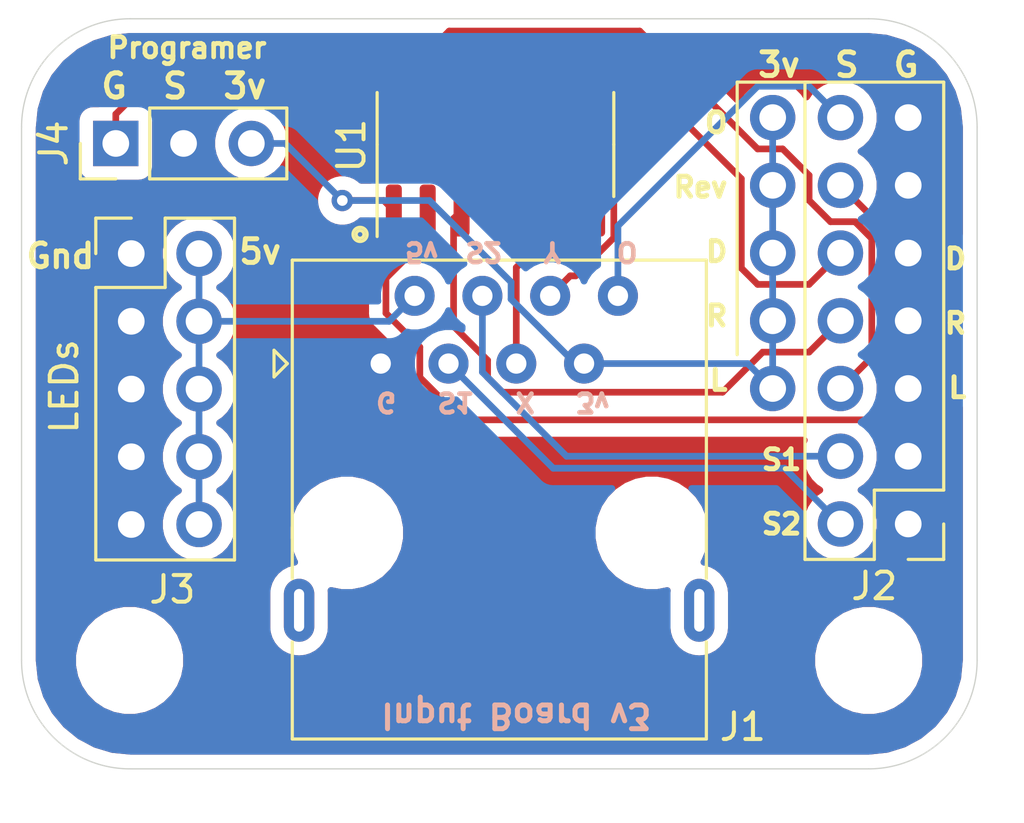
<source format=kicad_pcb>
(kicad_pcb (version 20171130) (host pcbnew "(5.1.5)-3")

  (general
    (thickness 1.6)
    (drawings 20)
    (tracks 87)
    (zones 0)
    (modules 8)
    (nets 19)
  )

  (page A4)
  (layers
    (0 F.Cu signal)
    (31 B.Cu signal)
    (32 B.Adhes user)
    (33 F.Adhes user)
    (34 B.Paste user)
    (35 F.Paste user)
    (36 B.SilkS user)
    (37 F.SilkS user)
    (38 B.Mask user)
    (39 F.Mask user)
    (40 Dwgs.User user)
    (41 Cmts.User user)
    (42 Eco1.User user)
    (43 Eco2.User user)
    (44 Edge.Cuts user)
    (45 Margin user)
    (46 B.CrtYd user hide)
    (47 F.CrtYd user hide)
    (48 B.Fab user)
    (49 F.Fab user hide)
  )

  (setup
    (last_trace_width 0.25)
    (trace_clearance 0.2)
    (zone_clearance 0.508)
    (zone_45_only no)
    (trace_min 0.2)
    (via_size 0.8)
    (via_drill 0.4)
    (via_min_size 0.4)
    (via_min_drill 0.3)
    (uvia_size 0.3)
    (uvia_drill 0.1)
    (uvias_allowed no)
    (uvia_min_size 0.2)
    (uvia_min_drill 0.1)
    (edge_width 0.05)
    (segment_width 0.2)
    (pcb_text_width 0.3)
    (pcb_text_size 1.5 1.5)
    (mod_edge_width 0.12)
    (mod_text_size 1 1)
    (mod_text_width 0.15)
    (pad_size 3.200001 3.200001)
    (pad_drill 3.200001)
    (pad_to_mask_clearance 0.051)
    (solder_mask_min_width 0.25)
    (aux_axis_origin 0 0)
    (visible_elements 7FFFFFFF)
    (pcbplotparams
      (layerselection 0x010fc_ffffffff)
      (usegerberextensions false)
      (usegerberattributes false)
      (usegerberadvancedattributes false)
      (creategerberjobfile false)
      (excludeedgelayer false)
      (linewidth 0.100000)
      (plotframeref false)
      (viasonmask false)
      (mode 1)
      (useauxorigin true)
      (hpglpennumber 1)
      (hpglpenspeed 20)
      (hpglpendiameter 15.000000)
      (psnegative false)
      (psa4output false)
      (plotreference true)
      (plotvalue true)
      (plotinvisibletext false)
      (padsonsilk false)
      (subtractmaskfromsilk false)
      (outputformat 1)
      (mirror false)
      (drillshape 0)
      (scaleselection 1)
      (outputdirectory "Gerbers/"))
  )

  (net 0 "")
  (net 1 GND)
  (net 2 +5V)
  (net 3 +3V3)
  (net 4 Other)
  (net 5 JoyY)
  (net 6 JoyX)
  (net 7 Sound2)
  (net 8 Sound1)
  (net 9 LeftButton)
  (net 10 DriveButton)
  (net 11 RightButton)
  (net 12 "Net-(U1-Pad6)")
  (net 13 "Net-(U1-Pad7)")
  (net 14 ReverseButton)
  (net 15 Program)
  (net 16 "Net-(U1-Pad5)")
  (net 17 "Net-(U1-Pad4)")
  (net 18 "Net-(U1-Pad12)")

  (net_class Default "This is the default net class."
    (clearance 0.2)
    (trace_width 0.25)
    (via_dia 0.8)
    (via_drill 0.4)
    (uvia_dia 0.3)
    (uvia_drill 0.1)
    (add_net +3V3)
    (add_net +5V)
    (add_net DriveButton)
    (add_net GND)
    (add_net JoyX)
    (add_net JoyY)
    (add_net LeftButton)
    (add_net "Net-(U1-Pad12)")
    (add_net "Net-(U1-Pad4)")
    (add_net "Net-(U1-Pad5)")
    (add_net "Net-(U1-Pad6)")
    (add_net "Net-(U1-Pad7)")
    (add_net Other)
    (add_net Program)
    (add_net ReverseButton)
    (add_net RightButton)
    (add_net Sound1)
    (add_net Sound2)
  )

  (module Connector_PinHeader_2.54mm:PinHeader_2x07_P2.54mm_Vertical (layer F.Cu) (tedit 601704DA) (tstamp 601704DE)
    (at 165.82 105.56 180)
    (descr "Through hole straight pin header, 2x07, 2.54mm pitch, double rows")
    (tags "Through hole pin header THT 2x07 2.54mm double row")
    (path /6015CAAC)
    (fp_text reference J2 (at 1.27 -2.33 180) (layer F.SilkS)
      (effects (font (size 1 1) (thickness 0.15)))
    )
    (fp_text value Inputs (at 1.27 17.57 180) (layer F.Fab)
      (effects (font (size 1 1) (thickness 0.15)))
    )
    (fp_line (start 3.75 -1.8) (end -1.8 -1.8) (layer F.CrtYd) (width 0.05))
    (fp_line (start 3.75 17.05) (end 3.75 -1.8) (layer F.CrtYd) (width 0.05))
    (fp_line (start -1.8 17.05) (end 3.75 17.05) (layer F.CrtYd) (width 0.05))
    (fp_line (start -1.8 -1.8) (end -1.8 17.05) (layer F.CrtYd) (width 0.05))
    (fp_line (start -1.33 -1.33) (end 0 -1.33) (layer F.SilkS) (width 0.12))
    (fp_line (start -1.33 0) (end -1.33 -1.33) (layer F.SilkS) (width 0.12))
    (fp_line (start 1.27 -1.33) (end 3.87 -1.33) (layer F.SilkS) (width 0.12))
    (fp_line (start 1.27 1.27) (end 1.27 -1.33) (layer F.SilkS) (width 0.12))
    (fp_line (start -1.33 1.27) (end 1.27 1.27) (layer F.SilkS) (width 0.12))
    (fp_line (start 3.87 -1.33) (end 3.87 16.57) (layer F.SilkS) (width 0.12))
    (fp_line (start -1.33 1.27) (end -1.33 16.57) (layer F.SilkS) (width 0.12))
    (fp_line (start -1.33 16.57) (end 3.87 16.57) (layer F.SilkS) (width 0.12))
    (fp_line (start -1.27 0) (end 0 -1.27) (layer F.Fab) (width 0.1))
    (fp_line (start -1.27 16.51) (end -1.27 0) (layer F.Fab) (width 0.1))
    (fp_line (start 3.81 16.51) (end -1.27 16.51) (layer F.Fab) (width 0.1))
    (fp_line (start 3.81 -1.27) (end 3.81 16.51) (layer F.Fab) (width 0.1))
    (fp_line (start 0 -1.27) (end 3.81 -1.27) (layer F.Fab) (width 0.1))
    (fp_text user %R (at 1.27 7.62 270) (layer F.Fab)
      (effects (font (size 1 1) (thickness 0.15)))
    )
    (pad 1 thru_hole rect (at 0 0 180) (size 1.7 1.7) (drill 1) (layers *.Cu *.Mask)
      (net 1 GND))
    (pad 2 thru_hole oval (at 2.54 0 180) (size 1.7 1.7) (drill 1) (layers *.Cu *.Mask)
      (net 8 Sound1))
    (pad 3 thru_hole oval (at 0 2.54 180) (size 1.7 1.7) (drill 1) (layers *.Cu *.Mask)
      (net 1 GND))
    (pad 4 thru_hole oval (at 2.54 2.54 180) (size 1.7 1.7) (drill 1) (layers *.Cu *.Mask)
      (net 7 Sound2))
    (pad 5 thru_hole oval (at 0 5.08 180) (size 1.7 1.7) (drill 1) (layers *.Cu *.Mask)
      (net 1 GND))
    (pad 6 thru_hole oval (at 2.54 5.08 180) (size 1.7 1.7) (drill 1) (layers *.Cu *.Mask)
      (net 9 LeftButton))
    (pad 7 thru_hole oval (at 0 7.62 180) (size 1.7 1.7) (drill 1) (layers *.Cu *.Mask)
      (net 1 GND))
    (pad 8 thru_hole oval (at 2.54 7.62 180) (size 1.7 1.7) (drill 1) (layers *.Cu *.Mask)
      (net 11 RightButton))
    (pad 9 thru_hole oval (at 0 10.16 180) (size 1.7 1.7) (drill 1) (layers *.Cu *.Mask)
      (net 1 GND))
    (pad 10 thru_hole oval (at 2.54 10.16 180) (size 1.7 1.7) (drill 1) (layers *.Cu *.Mask)
      (net 10 DriveButton))
    (pad 11 thru_hole oval (at 0 12.7 180) (size 1.7 1.7) (drill 1) (layers *.Cu *.Mask)
      (net 1 GND))
    (pad 12 thru_hole oval (at 2.54 12.7 180) (size 1.7 1.7) (drill 1) (layers *.Cu *.Mask)
      (net 14 ReverseButton))
    (pad 13 thru_hole oval (at 0 15.24 180) (size 1.7 1.7) (drill 1) (layers *.Cu *.Mask)
      (net 1 GND))
    (pad 14 thru_hole oval (at 2.54 15.24 180) (size 1.7 1.7) (drill 1) (layers *.Cu *.Mask)
      (net 4 Other))
    (model ${KISYS3DMOD}/Connector_PinHeader_2.54mm.3dshapes/PinHeader_2x07_P2.54mm_Vertical.wrl
      (at (xyz 0 0 0))
      (scale (xyz 1 1 1))
      (rotate (xyz 0 0 0))
    )
  )

  (module Connector_PinHeader_2.54mm:PinHeader_1x05_P2.54mm_Vertical (layer F.Cu) (tedit 601703E8) (tstamp 6017050E)
    (at 160.74 100.48 180)
    (descr "Through hole straight pin header, 1x05, 2.54mm pitch, single row")
    (tags "Through hole pin header THT 1x05 2.54mm single row")
    (path /601A3741)
    (fp_text reference J5 (at 0 -2.33) (layer F.Fab)
      (effects (font (size 1 1) (thickness 0.15)))
    )
    (fp_text value RefVoltage (at 0 12.49) (layer F.Fab)
      (effects (font (size 1 1) (thickness 0.15)))
    )
    (fp_line (start 1.33 1.27) (end 1.33 11.49) (layer F.SilkS) (width 0.12))
    (fp_line (start -1.33 11.49) (end 1.33 11.49) (layer F.SilkS) (width 0.12))
    (fp_line (start -1.27 -0.635) (end -0.635 -1.27) (layer F.Fab) (width 0.1))
    (fp_line (start -1.27 11.43) (end -1.27 -0.635) (layer F.Fab) (width 0.1))
    (fp_line (start 1.27 11.43) (end -1.27 11.43) (layer F.Fab) (width 0.1))
    (fp_line (start 1.27 -1.27) (end 1.27 11.43) (layer F.Fab) (width 0.1))
    (fp_line (start -0.635 -1.27) (end 1.27 -1.27) (layer F.Fab) (width 0.1))
    (fp_text user %R (at 0 5.08 90) (layer F.Fab)
      (effects (font (size 1 1) (thickness 0.15)))
    )
    (pad 1 thru_hole circle (at 0 0 180) (size 1.7 1.7) (drill 1) (layers *.Cu *.Mask)
      (net 3 +3V3))
    (pad 2 thru_hole oval (at 0 2.54 180) (size 1.7 1.7) (drill 1) (layers *.Cu *.Mask)
      (net 3 +3V3))
    (pad 3 thru_hole oval (at 0 5.08 180) (size 1.7 1.7) (drill 1) (layers *.Cu *.Mask)
      (net 3 +3V3))
    (pad 4 thru_hole oval (at 0 7.62 180) (size 1.7 1.7) (drill 1) (layers *.Cu *.Mask)
      (net 3 +3V3))
    (pad 5 thru_hole oval (at 0 10.16 180) (size 1.7 1.7) (drill 1) (layers *.Cu *.Mask)
      (net 3 +3V3))
    (model ${KISYS3DMOD}/Connector_PinHeader_2.54mm.3dshapes/PinHeader_1x05_P2.54mm_Vertical.wrl
      (at (xyz 0 0 0))
      (scale (xyz 1 1 1))
      (rotate (xyz 0 0 0))
    )
  )

  (module "Useful Modifications:RJ45_x08_Horizontal_tabs" (layer F.Cu) (tedit 5EE05F65) (tstamp 5D5936DD)
    (at 146.05 99.545001)
    (descr "8 Pol Shallow Latch Connector, Modjack, RJ45 (https://cdn.amphenol-icc.com/media/wysiwyg/files/drawing/c-bmj-0102.pdf)")
    (tags RJ45)
    (path /5D58DD64)
    (fp_text reference J1 (at 13.57 13.624999) (layer F.SilkS)
      (effects (font (size 1 1) (thickness 0.15)))
    )
    (fp_text value 8P8C (at 4.445 4) (layer F.Fab)
      (effects (font (size 1 1) (thickness 0.15)))
    )
    (fp_line (start 12.205 -3.88) (end 12.205 8.06) (layer F.SilkS) (width 0.12))
    (fp_line (start 12.2047 10.4357) (end 12.2047 14.0757) (layer F.SilkS) (width 0.12))
    (fp_line (start 12.6 14.47) (end -3.71 14.47) (layer F.CrtYd) (width 0.05))
    (fp_line (start 12.6 14.47) (end 12.6 -4.27) (layer F.CrtYd) (width 0.05))
    (fp_line (start -3.71 -4.27) (end -3.71 14.47) (layer F.CrtYd) (width 0.05))
    (fp_line (start -3.71 -4.27) (end 12.6 -4.27) (layer F.CrtYd) (width 0.05))
    (fp_line (start -3.315 -3.88) (end -3.315 8.06) (layer F.SilkS) (width 0.12))
    (fp_line (start 12.205 -3.88) (end -3.315 -3.88) (layer F.SilkS) (width 0.12))
    (fp_line (start -3.315 10.44) (end -3.315 14.08) (layer F.SilkS) (width 0.12))
    (fp_line (start -3.315 14.08) (end 12.205 14.08) (layer F.SilkS) (width 0.12))
    (fp_line (start -3.205 -2.77) (end -2.205 -3.77) (layer F.Fab) (width 0.12))
    (fp_line (start -2.205 -3.77) (end 12.095 -3.77) (layer F.Fab) (width 0.12))
    (fp_line (start 12.095 -3.77) (end 12.095 13.97) (layer F.Fab) (width 0.12))
    (fp_line (start 12.095 13.97) (end -3.205 13.97) (layer F.Fab) (width 0.12))
    (fp_line (start -3.205 13.97) (end -3.205 -2.77) (layer F.Fab) (width 0.12))
    (fp_line (start -3.5 0) (end -4 -0.5) (layer F.SilkS) (width 0.12))
    (fp_line (start -4 -0.5) (end -4 0.5) (layer F.SilkS) (width 0.12))
    (fp_line (start -4 0.5) (end -3.5 0) (layer F.SilkS) (width 0.12))
    (fp_text user %R (at 4.445 2) (layer F.Fab)
      (effects (font (size 1 1) (thickness 0.15)))
    )
    (pad 10 thru_hole oval (at 11.938 9.25195) (size 1.14 2.362) (drill oval 0.381 1.6) (layers *.Cu *.Mask))
    (pad 9 thru_hole oval (at -3.0607 9.25195) (size 1.14 2.362) (drill oval 0.381 1.6) (layers *.Cu *.Mask))
    (pad 8 thru_hole circle (at 8.89 -2.54) (size 1.5 1.5) (drill 0.76) (layers *.Cu *.Mask)
      (net 4 Other))
    (pad 7 thru_hole circle (at 7.62 0) (size 1.5 1.5) (drill 0.76) (layers *.Cu *.Mask)
      (net 3 +3V3))
    (pad 6 thru_hole circle (at 6.35 -2.54) (size 1.5 1.5) (drill 0.76) (layers *.Cu *.Mask)
      (net 5 JoyY))
    (pad 5 thru_hole circle (at 5.08 0) (size 1.5 1.5) (drill 0.76) (layers *.Cu *.Mask)
      (net 6 JoyX))
    (pad 4 thru_hole circle (at 3.81 -2.54) (size 1.5 1.5) (drill 0.76) (layers *.Cu *.Mask)
      (net 7 Sound2))
    (pad 3 thru_hole circle (at 2.54 0) (size 1.5 1.5) (drill 0.76) (layers *.Cu *.Mask)
      (net 8 Sound1))
    (pad 2 thru_hole circle (at 1.27 -2.54) (size 1.5 1.5) (drill 0.76) (layers *.Cu *.Mask)
      (net 2 +5V))
    (pad 1 thru_hole rect (at 0 0) (size 1.5 1.5) (drill 0.76) (layers *.Cu *.Mask)
      (net 1 GND))
    (pad "" np_thru_hole circle (at -1.27 6.35) (size 3.200001 3.200001) (drill 3.200001) (layers *.Cu *.Mask))
    (pad "" np_thru_hole circle (at 10.16 6.35) (size 3.2 3.2) (drill 3.2) (layers *.Cu *.Mask))
    (model ${KISYS3DMOD}/Connector_RJ.3dshapes/RJ45_Amphenol_54602-x08_Horizontal.wrl
      (at (xyz 0 0 0))
      (scale (xyz 1 1 1))
      (rotate (xyz 0 0 0))
    )
  )

  (module MountingHole:MountingHole_3mm (layer F.Cu) (tedit 56D1B4CB) (tstamp 5D61F0F3)
    (at 136.638 110.678)
    (descr "Mounting Hole 3mm, no annular")
    (tags "mounting hole 3mm no annular")
    (attr virtual)
    (fp_text reference "" (at 0 -4) (layer F.SilkS)
      (effects (font (size 1 1) (thickness 0.15)))
    )
    (fp_text value "" (at 0 4) (layer F.Fab)
      (effects (font (size 1 1) (thickness 0.15)))
    )
    (fp_circle (center 0 0) (end 3 0) (layer Cmts.User) (width 0.15))
    (fp_circle (center 0 0) (end 3.25 0) (layer F.CrtYd) (width 0.05))
    (fp_text user %R (at 0.3 0) (layer F.Fab)
      (effects (font (size 1 1) (thickness 0.15)))
    )
    (pad 1 np_thru_hole circle (at 0 0) (size 3 3) (drill 3) (layers *.Cu *.Mask))
  )

  (module MountingHole:MountingHole_3mm (layer F.Cu) (tedit 56D1B4CB) (tstamp 5D61F059)
    (at 164.338 110.678)
    (descr "Mounting Hole 3mm, no annular")
    (tags "mounting hole 3mm no annular")
    (attr virtual)
    (fp_text reference "" (at 0 -4) (layer F.SilkS)
      (effects (font (size 1 1) (thickness 0.15)))
    )
    (fp_text value "" (at 0 4) (layer F.Fab)
      (effects (font (size 1 1) (thickness 0.15)))
    )
    (fp_circle (center 0 0) (end 3 0) (layer Cmts.User) (width 0.15))
    (fp_circle (center 0 0) (end 3.25 0) (layer F.CrtYd) (width 0.05))
    (fp_text user %R (at 0.3 0) (layer F.Fab)
      (effects (font (size 1 1) (thickness 0.15)))
    )
    (pad 1 np_thru_hole circle (at 0 0) (size 3 3) (drill 3) (layers *.Cu *.Mask))
  )

  (module Package_SO:SOIC-14_3.9x8.7mm_P1.27mm (layer F.Cu) (tedit 5D9F72B1) (tstamp 6014B58D)
    (at 150.35 91.33 90)
    (descr "SOIC, 14 Pin (JEDEC MS-012AB, https://www.analog.com/media/en/package-pcb-resources/package/pkg_pdf/soic_narrow-r/r_14.pdf), generated with kicad-footprint-generator ipc_gullwing_generator.py")
    (tags "SOIC SO")
    (path /6015A26B)
    (attr smd)
    (fp_text reference U1 (at -0.04 -5.4 90) (layer F.SilkS)
      (effects (font (size 1 1) (thickness 0.15)))
    )
    (fp_text value ATtiny814-SS (at 0 5.28 90) (layer F.Fab)
      (effects (font (size 1 1) (thickness 0.15)))
    )
    (fp_line (start 0 4.435) (end 1.95 4.435) (layer F.SilkS) (width 0.12))
    (fp_line (start 0 4.435) (end -1.95 4.435) (layer F.SilkS) (width 0.12))
    (fp_line (start 0 -4.435) (end 1.95 -4.435) (layer F.SilkS) (width 0.12))
    (fp_line (start 0 -4.435) (end -3.45 -4.435) (layer F.SilkS) (width 0.12))
    (fp_line (start -0.975 -4.325) (end 1.95 -4.325) (layer F.Fab) (width 0.1))
    (fp_line (start 1.95 -4.325) (end 1.95 4.325) (layer F.Fab) (width 0.1))
    (fp_line (start 1.95 4.325) (end -1.95 4.325) (layer F.Fab) (width 0.1))
    (fp_line (start -1.95 4.325) (end -1.95 -3.35) (layer F.Fab) (width 0.1))
    (fp_line (start -1.95 -3.35) (end -0.975 -4.325) (layer F.Fab) (width 0.1))
    (fp_line (start -3.7 -4.58) (end -3.7 4.58) (layer F.CrtYd) (width 0.05))
    (fp_line (start -3.7 4.58) (end 3.7 4.58) (layer F.CrtYd) (width 0.05))
    (fp_line (start 3.7 4.58) (end 3.7 -4.58) (layer F.CrtYd) (width 0.05))
    (fp_line (start 3.7 -4.58) (end -3.7 -4.58) (layer F.CrtYd) (width 0.05))
    (fp_text user %R (at 0 0 90) (layer F.Fab)
      (effects (font (size 0.98 0.98) (thickness 0.15)))
    )
    (pad 1 smd roundrect (at -2.475 -3.81 90) (size 1.95 0.6) (layers F.Cu F.Paste F.Mask) (roundrect_rratio 0.25)
      (net 3 +3V3))
    (pad 2 smd roundrect (at -2.475 -2.54 90) (size 1.95 0.6) (layers F.Cu F.Paste F.Mask) (roundrect_rratio 0.25)
      (net 14 ReverseButton))
    (pad 3 smd roundrect (at -2.475 -1.27 90) (size 1.95 0.6) (layers F.Cu F.Paste F.Mask) (roundrect_rratio 0.25)
      (net 11 RightButton))
    (pad 4 smd roundrect (at -2.475 0 90) (size 1.95 0.6) (layers F.Cu F.Paste F.Mask) (roundrect_rratio 0.25)
      (net 17 "Net-(U1-Pad4)"))
    (pad 5 smd roundrect (at -2.475 1.27 90) (size 1.95 0.6) (layers F.Cu F.Paste F.Mask) (roundrect_rratio 0.25)
      (net 16 "Net-(U1-Pad5)"))
    (pad 6 smd roundrect (at -2.475 2.54 90) (size 1.95 0.6) (layers F.Cu F.Paste F.Mask) (roundrect_rratio 0.25)
      (net 12 "Net-(U1-Pad6)"))
    (pad 7 smd roundrect (at -2.475 3.81 90) (size 1.95 0.6) (layers F.Cu F.Paste F.Mask) (roundrect_rratio 0.25)
      (net 13 "Net-(U1-Pad7)"))
    (pad 8 smd roundrect (at 2.475 3.81 90) (size 1.95 0.6) (layers F.Cu F.Paste F.Mask) (roundrect_rratio 0.25)
      (net 5 JoyY))
    (pad 9 smd roundrect (at 2.475 2.54 90) (size 1.95 0.6) (layers F.Cu F.Paste F.Mask) (roundrect_rratio 0.25)
      (net 6 JoyX))
    (pad 10 smd roundrect (at 2.475 1.27 90) (size 1.95 0.6) (layers F.Cu F.Paste F.Mask) (roundrect_rratio 0.25)
      (net 15 Program))
    (pad 11 smd roundrect (at 2.475 0 90) (size 1.95 0.6) (layers F.Cu F.Paste F.Mask) (roundrect_rratio 0.25)
      (net 10 DriveButton))
    (pad 12 smd roundrect (at 2.475 -1.27 90) (size 1.95 0.6) (layers F.Cu F.Paste F.Mask) (roundrect_rratio 0.25)
      (net 18 "Net-(U1-Pad12)"))
    (pad 13 smd roundrect (at 2.475 -2.54 90) (size 1.95 0.6) (layers F.Cu F.Paste F.Mask) (roundrect_rratio 0.25)
      (net 9 LeftButton))
    (pad 14 smd roundrect (at 2.475 -3.81 90) (size 1.95 0.6) (layers F.Cu F.Paste F.Mask) (roundrect_rratio 0.25)
      (net 1 GND))
    (model ${KISYS3DMOD}/Package_SO.3dshapes/SOIC-14_3.9x8.7mm_P1.27mm.wrl
      (at (xyz 0 0 0))
      (scale (xyz 1 1 1))
      (rotate (xyz 0 0 0))
    )
  )

  (module Connector_PinHeader_2.54mm:PinHeader_2x05_P2.54mm_Vertical (layer F.Cu) (tedit 59FED5CC) (tstamp 6015F120)
    (at 136.7 95.42)
    (descr "Through hole straight pin header, 2x05, 2.54mm pitch, double rows")
    (tags "Through hole pin header THT 2x05 2.54mm double row")
    (path /601A11BC)
    (fp_text reference J3 (at 1.54 12.6) (layer F.SilkS)
      (effects (font (size 1 1) (thickness 0.15)))
    )
    (fp_text value LEDs (at -2.51 4.98 90) (layer F.SilkS)
      (effects (font (size 1 1) (thickness 0.15)))
    )
    (fp_line (start 4.35 -1.8) (end -1.8 -1.8) (layer F.CrtYd) (width 0.05))
    (fp_line (start 4.35 11.95) (end 4.35 -1.8) (layer F.CrtYd) (width 0.05))
    (fp_line (start -1.8 11.95) (end 4.35 11.95) (layer F.CrtYd) (width 0.05))
    (fp_line (start -1.8 -1.8) (end -1.8 11.95) (layer F.CrtYd) (width 0.05))
    (fp_line (start -1.33 -1.33) (end 0 -1.33) (layer F.SilkS) (width 0.12))
    (fp_line (start -1.33 0) (end -1.33 -1.33) (layer F.SilkS) (width 0.12))
    (fp_line (start 1.27 -1.33) (end 3.87 -1.33) (layer F.SilkS) (width 0.12))
    (fp_line (start 1.27 1.27) (end 1.27 -1.33) (layer F.SilkS) (width 0.12))
    (fp_line (start -1.33 1.27) (end 1.27 1.27) (layer F.SilkS) (width 0.12))
    (fp_line (start 3.87 -1.33) (end 3.87 11.49) (layer F.SilkS) (width 0.12))
    (fp_line (start -1.33 1.27) (end -1.33 11.49) (layer F.SilkS) (width 0.12))
    (fp_line (start -1.33 11.49) (end 3.87 11.49) (layer F.SilkS) (width 0.12))
    (fp_line (start -1.27 0) (end 0 -1.27) (layer F.Fab) (width 0.1))
    (fp_line (start -1.27 11.43) (end -1.27 0) (layer F.Fab) (width 0.1))
    (fp_line (start 3.81 11.43) (end -1.27 11.43) (layer F.Fab) (width 0.1))
    (fp_line (start 3.81 -1.27) (end 3.81 11.43) (layer F.Fab) (width 0.1))
    (fp_line (start 0 -1.27) (end 3.81 -1.27) (layer F.Fab) (width 0.1))
    (fp_text user %R (at 1.27 5.08 90) (layer F.Fab)
      (effects (font (size 1 1) (thickness 0.15)))
    )
    (pad 1 thru_hole rect (at 0 0) (size 1.7 1.7) (drill 1) (layers *.Cu *.Mask)
      (net 1 GND))
    (pad 2 thru_hole oval (at 2.54 0) (size 1.7 1.7) (drill 1) (layers *.Cu *.Mask)
      (net 2 +5V))
    (pad 3 thru_hole oval (at 0 2.54) (size 1.7 1.7) (drill 1) (layers *.Cu *.Mask)
      (net 1 GND))
    (pad 4 thru_hole oval (at 2.54 2.54) (size 1.7 1.7) (drill 1) (layers *.Cu *.Mask)
      (net 2 +5V))
    (pad 5 thru_hole oval (at 0 5.08) (size 1.7 1.7) (drill 1) (layers *.Cu *.Mask)
      (net 1 GND))
    (pad 6 thru_hole oval (at 2.54 5.08) (size 1.7 1.7) (drill 1) (layers *.Cu *.Mask)
      (net 2 +5V))
    (pad 7 thru_hole oval (at 0 7.62) (size 1.7 1.7) (drill 1) (layers *.Cu *.Mask)
      (net 1 GND))
    (pad 8 thru_hole oval (at 2.54 7.62) (size 1.7 1.7) (drill 1) (layers *.Cu *.Mask)
      (net 2 +5V))
    (pad 9 thru_hole oval (at 0 10.16) (size 1.7 1.7) (drill 1) (layers *.Cu *.Mask)
      (net 1 GND))
    (pad 10 thru_hole oval (at 2.54 10.16) (size 1.7 1.7) (drill 1) (layers *.Cu *.Mask)
      (net 2 +5V))
    (model ${KISYS3DMOD}/Connector_PinHeader_2.54mm.3dshapes/PinHeader_2x05_P2.54mm_Vertical.wrl
      (at (xyz 0 0 0))
      (scale (xyz 1 1 1))
      (rotate (xyz 0 0 0))
    )
  )

  (module Connector_PinHeader_2.54mm:PinHeader_1x03_P2.54mm_Vertical (layer F.Cu) (tedit 59FED5CC) (tstamp 601704F5)
    (at 136.12 91.29 90)
    (descr "Through hole straight pin header, 1x03, 2.54mm pitch, single row")
    (tags "Through hole pin header THT 1x03 2.54mm single row")
    (path /601EFEC4)
    (fp_text reference J4 (at 0 -2.33 90) (layer F.SilkS)
      (effects (font (size 1 1) (thickness 0.15)))
    )
    (fp_text value Programmer (at 0 7.41 90) (layer F.Fab)
      (effects (font (size 1 1) (thickness 0.15)))
    )
    (fp_line (start 1.8 -1.8) (end -1.8 -1.8) (layer F.CrtYd) (width 0.05))
    (fp_line (start 1.8 6.85) (end 1.8 -1.8) (layer F.CrtYd) (width 0.05))
    (fp_line (start -1.8 6.85) (end 1.8 6.85) (layer F.CrtYd) (width 0.05))
    (fp_line (start -1.8 -1.8) (end -1.8 6.85) (layer F.CrtYd) (width 0.05))
    (fp_line (start -1.33 -1.33) (end 0 -1.33) (layer F.SilkS) (width 0.12))
    (fp_line (start -1.33 0) (end -1.33 -1.33) (layer F.SilkS) (width 0.12))
    (fp_line (start -1.33 1.27) (end 1.33 1.27) (layer F.SilkS) (width 0.12))
    (fp_line (start 1.33 1.27) (end 1.33 6.41) (layer F.SilkS) (width 0.12))
    (fp_line (start -1.33 1.27) (end -1.33 6.41) (layer F.SilkS) (width 0.12))
    (fp_line (start -1.33 6.41) (end 1.33 6.41) (layer F.SilkS) (width 0.12))
    (fp_line (start -1.27 -0.635) (end -0.635 -1.27) (layer F.Fab) (width 0.1))
    (fp_line (start -1.27 6.35) (end -1.27 -0.635) (layer F.Fab) (width 0.1))
    (fp_line (start 1.27 6.35) (end -1.27 6.35) (layer F.Fab) (width 0.1))
    (fp_line (start 1.27 -1.27) (end 1.27 6.35) (layer F.Fab) (width 0.1))
    (fp_line (start -0.635 -1.27) (end 1.27 -1.27) (layer F.Fab) (width 0.1))
    (fp_text user %R (at 0 2.54) (layer F.Fab)
      (effects (font (size 1 1) (thickness 0.15)))
    )
    (pad 1 thru_hole rect (at 0 0 90) (size 1.7 1.7) (drill 1) (layers *.Cu *.Mask)
      (net 15 Program))
    (pad 2 thru_hole oval (at 0 2.54 90) (size 1.7 1.7) (drill 1) (layers *.Cu *.Mask)
      (net 1 GND))
    (pad 3 thru_hole oval (at 0 5.08 90) (size 1.7 1.7) (drill 1) (layers *.Cu *.Mask)
      (net 3 +3V3))
    (model ${KISYS3DMOD}/Connector_PinHeader_2.54mm.3dshapes/PinHeader_1x03_P2.54mm_Vertical.wrl
      (at (xyz 0 0 0))
      (scale (xyz 1 1 1))
      (rotate (xyz 0 0 0))
    )
  )

  (gr_text "D\n\nR\n\nL\n\n" (at 168.09 98.64) (layer F.SilkS) (tstamp 603F4978)
    (effects (font (size 0.75 0.75) (thickness 0.1875)) (justify right))
  )
  (gr_circle (center 145.275 94.7) (end 145.45 94.9) (layer F.SilkS) (width 0.12))
  (gr_circle (center 145.275 94.7) (end 145.4 94.775) (layer F.SilkS) (width 0.12))
  (gr_text Programer (at 138.79 87.7) (layer F.SilkS)
    (effects (font (size 0.762 0.762) (thickness 0.175)))
  )
  (gr_text "G   S1   X   3v\n\n\n\n\n    5v  S2   Y    O" (at 150.25 98.17 180) (layer B.SilkS) (tstamp 60170B5B)
    (effects (font (size 0.7 0.7) (thickness 0.175)) (justify mirror))
  )
  (gr_text "G  S  3v" (at 138.67 89.14) (layer F.SilkS) (tstamp 60170E64)
    (effects (font (size 0.9144 0.9144) (thickness 0.1875)))
  )
  (gr_text "3v  S  G" (at 163.2 88.34) (layer F.SilkS)
    (effects (font (size 0.889 0.889) (thickness 0.1875)))
  )
  (gr_text "S1\n\nS2" (at 161.07 104.36) (layer F.SilkS)
    (effects (font (size 0.75 0.75) (thickness 0.1875)))
  )
  (gr_text "O\n\nRev\n\nD\n\nR\n\nL\n\n" (at 159.14 95.95) (layer F.SilkS)
    (effects (font (size 0.75 0.75) (thickness 0.1875)) (justify right))
  )
  (gr_text "Input Board v3" (at 151.13 112.75 180) (layer B.SilkS)
    (effects (font (size 0.889 0.889) (thickness 0.1875)) (justify mirror))
  )
  (gr_text Gnd (at 134.04 95.51) (layer F.SilkS)
    (effects (font (size 0.889 0.889) (thickness 0.1875)))
  )
  (gr_text 5v (at 141.53 95.35) (layer F.SilkS)
    (effects (font (size 0.889 0.889) (thickness 0.1875)))
  )
  (gr_line (start 132.588 110.6805) (end 132.588 90.678) (layer Edge.Cuts) (width 0.05) (tstamp 5D61F1B9))
  (gr_arc (start 136.652 110.6805) (end 132.588 110.6805) (angle -90) (layer Edge.Cuts) (width 0.05) (tstamp 5D61F16A))
  (gr_line (start 164.338 114.7445) (end 136.652 114.7445) (layer Edge.Cuts) (width 0.05))
  (gr_line (start 168.402 90.678) (end 168.402 110.6805) (layer Edge.Cuts) (width 0.05) (tstamp 5D61F1A5))
  (gr_arc (start 164.338 110.6805) (end 164.338 114.7445) (angle -90) (layer Edge.Cuts) (width 0.05) (tstamp 5D61F16A))
  (gr_line (start 164.338 86.614) (end 136.652 86.614) (layer Edge.Cuts) (width 0.05))
  (gr_arc (start 136.652 90.678) (end 136.652 86.614) (angle -90) (layer Edge.Cuts) (width 0.05) (tstamp 5D61F16A))
  (gr_arc (start 164.338 90.678) (end 168.402 90.678) (angle -90) (layer Edge.Cuts) (width 0.05))

  (segment (start 139.24 95.42) (end 139.24 105.58) (width 0.25) (layer B.Cu) (net 2))
  (segment (start 146.365001 97.96) (end 147.32 97.005001) (width 0.25) (layer B.Cu) (net 2))
  (segment (start 139.24 97.96) (end 146.365001 97.96) (width 0.25) (layer B.Cu) (net 2))
  (segment (start 146.165 93.43) (end 146.54 93.805) (width 0.25) (layer F.Cu) (net 3))
  (segment (start 144.61 93.43) (end 146.165 93.43) (width 0.25) (layer F.Cu) (net 3))
  (segment (start 160.74 90.32) (end 160.74 100.48) (width 0.25) (layer B.Cu) (net 3))
  (segment (start 159.805001 99.545001) (end 153.67 99.545001) (width 0.25) (layer B.Cu) (net 3))
  (segment (start 160.74 100.48) (end 159.805001 99.545001) (width 0.25) (layer B.Cu) (net 3))
  (segment (start 147.876001 93.43) (end 144.61 93.43) (width 0.25) (layer B.Cu) (net 3))
  (segment (start 153.67 99.545001) (end 153.348998 99.545001) (width 0.25) (layer B.Cu) (net 3))
  (segment (start 150.935001 96.489) (end 147.876001 93.43) (width 0.25) (layer B.Cu) (net 3))
  (segment (start 150.935001 97.131004) (end 150.935001 96.489) (width 0.25) (layer B.Cu) (net 3))
  (segment (start 153.348998 99.545001) (end 150.935001 97.131004) (width 0.25) (layer B.Cu) (net 3))
  (segment (start 141.2 91.29) (end 142.47 91.29) (width 0.25) (layer B.Cu) (net 3))
  (segment (start 142.47 91.29) (end 144.61 93.43) (width 0.25) (layer B.Cu) (net 3))
  (via (at 144.61 93.43) (size 0.8) (drill 0.4) (layers F.Cu B.Cu) (net 3) (status 1000000))
  (segment (start 162.104999 89.144999) (end 163.28 90.32) (width 0.25) (layer B.Cu) (net 4))
  (segment (start 160.175999 89.144999) (end 162.104999 89.144999) (width 0.25) (layer B.Cu) (net 4))
  (segment (start 154.94 97.005001) (end 154.94 94.380998) (width 0.25) (layer B.Cu) (net 4))
  (segment (start 154.94 94.380998) (end 160.175999 89.144999) (width 0.25) (layer B.Cu) (net 4))
  (segment (start 154.46 89.155) (end 154.16 88.855) (width 0.25) (layer F.Cu) (net 5))
  (segment (start 154.78501 94.826758) (end 154.78501 89.48001) (width 0.25) (layer F.Cu) (net 5))
  (segment (start 153.356766 96.255002) (end 154.78501 94.826758) (width 0.25) (layer F.Cu) (net 5))
  (segment (start 153.149999 96.255002) (end 153.356766 96.255002) (width 0.25) (layer F.Cu) (net 5))
  (segment (start 154.78501 89.48001) (end 154.46 89.155) (width 0.25) (layer F.Cu) (net 5))
  (segment (start 152.4 97.005001) (end 153.149999 96.255002) (width 0.25) (layer F.Cu) (net 5))
  (segment (start 152.59 89.155) (end 152.89 88.855) (width 0.25) (layer F.Cu) (net 6))
  (segment (start 152.26499 89.48001) (end 152.59 89.155) (width 0.25) (layer F.Cu) (net 6))
  (segment (start 152.26499 94.806778) (end 152.26499 89.48001) (width 0.25) (layer F.Cu) (net 6))
  (segment (start 151.13 95.941768) (end 152.26499 94.806778) (width 0.25) (layer F.Cu) (net 6))
  (segment (start 151.13 99.545001) (end 151.13 95.941768) (width 0.25) (layer F.Cu) (net 6))
  (segment (start 149.86 99.866003) (end 153.013997 103.02) (width 0.25) (layer B.Cu) (net 7))
  (segment (start 153.013997 103.02) (end 163.28 103.02) (width 0.25) (layer B.Cu) (net 7))
  (segment (start 149.86 97.005001) (end 149.86 99.866003) (width 0.25) (layer B.Cu) (net 7))
  (segment (start 152.51501 103.470011) (end 161.190011 103.470011) (width 0.25) (layer B.Cu) (net 8))
  (segment (start 161.190011 103.470011) (end 163.28 105.56) (width 0.25) (layer B.Cu) (net 8))
  (segment (start 148.59 99.545001) (end 152.51501 103.470011) (width 0.25) (layer B.Cu) (net 8))
  (segment (start 164.455001 94.835999) (end 164.455001 99.304999) (width 0.25) (layer F.Cu) (net 9))
  (segment (start 164.455001 99.304999) (end 163.28 100.48) (width 0.25) (layer F.Cu) (net 9))
  (segment (start 163.824999 94.224999) (end 164.45 94.85) (width 0.25) (layer F.Cu) (net 9))
  (segment (start 164.45 94.85) (end 164.455001 94.835999) (width 0.25) (layer F.Cu) (net 9))
  (segment (start 162.104999 92.485997) (end 162.104999 93.424001) (width 0.25) (layer F.Cu) (net 9))
  (segment (start 147.81 88.855) (end 147.81 87.88) (width 0.25) (layer F.Cu) (net 9))
  (segment (start 147.81 87.88) (end 148.615 87.075) (width 0.25) (layer F.Cu) (net 9))
  (segment (start 162.905997 94.224999) (end 163.824999 94.224999) (width 0.25) (layer F.Cu) (net 9))
  (segment (start 163.844001 94.224999) (end 164.45 94.85) (width 0.25) (layer F.Cu) (net 9))
  (segment (start 148.615 87.075) (end 155.755998 87.075) (width 0.25) (layer F.Cu) (net 9))
  (segment (start 161.114003 91.495001) (end 162.104999 92.485997) (width 0.25) (layer F.Cu) (net 9))
  (segment (start 155.755998 87.075) (end 160.175999 91.495001) (width 0.25) (layer F.Cu) (net 9))
  (segment (start 160.175999 91.495001) (end 161.114003 91.495001) (width 0.25) (layer F.Cu) (net 9))
  (segment (start 162.104999 93.424001) (end 162.905997 94.224999) (width 0.25) (layer F.Cu) (net 9))
  (segment (start 160.175999 96.575001) (end 162.104999 96.575001) (width 0.25) (layer F.Cu) (net 10))
  (segment (start 162.104999 96.575001) (end 163.28 95.4) (width 0.25) (layer F.Cu) (net 10))
  (segment (start 159.564999 95.964001) (end 160.175999 96.575001) (width 0.25) (layer F.Cu) (net 10))
  (segment (start 159.564999 92.613231) (end 159.564999 95.964001) (width 0.25) (layer F.Cu) (net 10))
  (segment (start 154.506758 87.55499) (end 159.564999 92.613231) (width 0.25) (layer F.Cu) (net 10))
  (segment (start 150.35 87.88) (end 150.67501 87.55499) (width 0.25) (layer F.Cu) (net 10))
  (segment (start 150.67501 87.55499) (end 154.506758 87.55499) (width 0.25) (layer F.Cu) (net 10))
  (segment (start 150.35 88.855) (end 150.35 87.88) (width 0.25) (layer F.Cu) (net 10))
  (segment (start 162.104999 99.115001) (end 163.28 97.94) (width 0.25) (layer F.Cu) (net 11))
  (segment (start 160.365997 99.115001) (end 162.104999 99.115001) (width 0.25) (layer F.Cu) (net 11))
  (segment (start 150.613999 100.620002) (end 158.860996 100.620002) (width 0.25) (layer F.Cu) (net 11))
  (segment (start 148.78 94.105) (end 148.78 98.143999) (width 0.25) (layer F.Cu) (net 11))
  (segment (start 148.78 98.143999) (end 150.054999 99.418998) (width 0.25) (layer F.Cu) (net 11))
  (segment (start 150.054999 100.061002) (end 150.613999 100.620002) (width 0.25) (layer F.Cu) (net 11))
  (segment (start 158.860996 100.620002) (end 160.365997 99.115001) (width 0.25) (layer F.Cu) (net 11))
  (segment (start 149.08 93.805) (end 148.78 94.105) (width 0.25) (layer F.Cu) (net 11))
  (segment (start 150.054999 99.418998) (end 150.054999 100.061002) (width 0.25) (layer F.Cu) (net 11))
  (segment (start 164.644999 94.224999) (end 163.28 92.86) (width 0.25) (layer F.Cu) (net 14))
  (segment (start 147.514999 98.924998) (end 147.514999 100.061002) (width 0.25) (layer F.Cu) (net 14))
  (segment (start 146.244999 97.654998) (end 147.514999 98.924998) (width 0.25) (layer F.Cu) (net 14))
  (segment (start 147.514999 100.061002) (end 149.108998 101.655001) (width 0.25) (layer F.Cu) (net 14))
  (segment (start 146.244999 96.345001) (end 146.244999 97.654998) (width 0.25) (layer F.Cu) (net 14))
  (segment (start 147.81 93.805) (end 147.81 94.78) (width 0.25) (layer F.Cu) (net 14))
  (segment (start 147.81 94.78) (end 146.244999 96.345001) (width 0.25) (layer F.Cu) (net 14))
  (segment (start 166.995001 101.044001) (end 166.995001 94.835999) (width 0.25) (layer F.Cu) (net 14))
  (segment (start 149.108998 101.655001) (end 166.384001 101.655001) (width 0.25) (layer F.Cu) (net 14))
  (segment (start 166.384001 101.655001) (end 166.995001 101.044001) (width 0.25) (layer F.Cu) (net 14))
  (segment (start 166.995001 94.835999) (end 166.384001 94.224999) (width 0.25) (layer F.Cu) (net 14))
  (segment (start 166.384001 94.224999) (end 164.644999 94.224999) (width 0.25) (layer F.Cu) (net 14))
  (segment (start 151.62 89.83) (end 151.62 88.855) (width 0.25) (layer F.Cu) (net 15))
  (segment (start 146.193242 90.15501) (end 151.29499 90.15501) (width 0.25) (layer F.Cu) (net 15))
  (segment (start 145.763232 89.725) (end 146.193242 90.15501) (width 0.25) (layer F.Cu) (net 15))
  (segment (start 136.585 89.725) (end 145.763232 89.725) (width 0.25) (layer F.Cu) (net 15))
  (segment (start 136.12 90.19) (end 136.585 89.725) (width 0.25) (layer F.Cu) (net 15))
  (segment (start 151.29499 90.15501) (end 151.62 89.83) (width 0.25) (layer F.Cu) (net 15))
  (segment (start 136.12 91.29) (end 136.12 90.19) (width 0.25) (layer F.Cu) (net 15))

  (zone (net 1) (net_name GND) (layer F.Cu) (tstamp 603F4A55) (hatch edge 0.508)
    (connect_pads yes (clearance 0.508))
    (min_thickness 0.254)
    (fill yes (arc_segments 32) (thermal_gap 0.508) (thermal_bridge_width 0.508))
    (polygon
      (pts
        (xy 169.78 86.24) (xy 169.8 115.87) (xy 132.28 116.47) (xy 132.23 86.21)
      )
    )
    (filled_polygon
      (pts
        (xy 147.298998 87.316201) (xy 147.27 87.339999) (xy 147.256582 87.356349) (xy 147.222171 87.374742) (xy 147.102749 87.472749)
        (xy 147.004742 87.592171) (xy 146.931916 87.728418) (xy 146.887071 87.876255) (xy 146.871928 88.03) (xy 146.871928 89.39501)
        (xy 146.508043 89.39501) (xy 146.327036 89.214003) (xy 146.303233 89.184999) (xy 146.187508 89.090026) (xy 146.055479 89.019454)
        (xy 145.912218 88.975997) (xy 145.800565 88.965) (xy 145.800554 88.965) (xy 145.763232 88.961324) (xy 145.72591 88.965)
        (xy 136.622322 88.965) (xy 136.584999 88.961324) (xy 136.547676 88.965) (xy 136.547667 88.965) (xy 136.436014 88.975997)
        (xy 136.292753 89.019454) (xy 136.160724 89.090026) (xy 136.044999 89.184999) (xy 136.021196 89.214003) (xy 135.608998 89.626201)
        (xy 135.58 89.649999) (xy 135.556202 89.678997) (xy 135.556201 89.678998) (xy 135.485026 89.765724) (xy 135.465674 89.801928)
        (xy 135.27 89.801928) (xy 135.145518 89.814188) (xy 135.02582 89.850498) (xy 134.915506 89.909463) (xy 134.818815 89.988815)
        (xy 134.739463 90.085506) (xy 134.680498 90.19582) (xy 134.644188 90.315518) (xy 134.631928 90.44) (xy 134.631928 92.14)
        (xy 134.644188 92.264482) (xy 134.680498 92.38418) (xy 134.739463 92.494494) (xy 134.818815 92.591185) (xy 134.915506 92.670537)
        (xy 135.02582 92.729502) (xy 135.145518 92.765812) (xy 135.27 92.778072) (xy 136.97 92.778072) (xy 137.094482 92.765812)
        (xy 137.21418 92.729502) (xy 137.324494 92.670537) (xy 137.421185 92.591185) (xy 137.500537 92.494494) (xy 137.559502 92.38418)
        (xy 137.595812 92.264482) (xy 137.608072 92.14) (xy 137.608072 90.485) (xy 139.95189 90.485) (xy 139.88401 90.586589)
        (xy 139.772068 90.856842) (xy 139.715 91.14374) (xy 139.715 91.43626) (xy 139.772068 91.723158) (xy 139.88401 91.993411)
        (xy 140.046525 92.236632) (xy 140.253368 92.443475) (xy 140.496589 92.60599) (xy 140.766842 92.717932) (xy 141.05374 92.775)
        (xy 141.34626 92.775) (xy 141.633158 92.717932) (xy 141.903411 92.60599) (xy 142.146632 92.443475) (xy 142.353475 92.236632)
        (xy 142.51599 91.993411) (xy 142.627932 91.723158) (xy 142.685 91.43626) (xy 142.685 91.14374) (xy 142.627932 90.856842)
        (xy 142.51599 90.586589) (xy 142.44811 90.485) (xy 145.448431 90.485) (xy 145.629438 90.666007) (xy 145.653241 90.695011)
        (xy 145.710991 90.742405) (xy 145.768965 90.789984) (xy 145.894047 90.856842) (xy 145.900995 90.860556) (xy 146.044256 90.904013)
        (xy 146.155909 90.91501) (xy 146.155919 90.91501) (xy 146.193242 90.918686) (xy 146.230565 90.91501) (xy 151.257668 90.91501)
        (xy 151.29499 90.918686) (xy 151.332312 90.91501) (xy 151.332323 90.91501) (xy 151.443976 90.904013) (xy 151.504991 90.885505)
        (xy 151.50499 92.191928) (xy 151.47 92.191928) (xy 151.316255 92.207071) (xy 151.168418 92.251916) (xy 151.032171 92.324742)
        (xy 150.985 92.363454) (xy 150.937829 92.324742) (xy 150.801582 92.251916) (xy 150.653745 92.207071) (xy 150.5 92.191928)
        (xy 150.2 92.191928) (xy 150.046255 92.207071) (xy 149.898418 92.251916) (xy 149.762171 92.324742) (xy 149.715 92.363454)
        (xy 149.667829 92.324742) (xy 149.531582 92.251916) (xy 149.383745 92.207071) (xy 149.23 92.191928) (xy 148.93 92.191928)
        (xy 148.776255 92.207071) (xy 148.628418 92.251916) (xy 148.492171 92.324742) (xy 148.445 92.363454) (xy 148.397829 92.324742)
        (xy 148.261582 92.251916) (xy 148.113745 92.207071) (xy 147.96 92.191928) (xy 147.66 92.191928) (xy 147.506255 92.207071)
        (xy 147.358418 92.251916) (xy 147.222171 92.324742) (xy 147.175 92.363454) (xy 147.127829 92.324742) (xy 146.991582 92.251916)
        (xy 146.843745 92.207071) (xy 146.69 92.191928) (xy 146.39 92.191928) (xy 146.236255 92.207071) (xy 146.088418 92.251916)
        (xy 145.952171 92.324742) (xy 145.832749 92.422749) (xy 145.734742 92.542171) (xy 145.666416 92.67) (xy 145.313711 92.67)
        (xy 145.269774 92.626063) (xy 145.100256 92.512795) (xy 144.911898 92.434774) (xy 144.711939 92.395) (xy 144.508061 92.395)
        (xy 144.308102 92.434774) (xy 144.119744 92.512795) (xy 143.950226 92.626063) (xy 143.806063 92.770226) (xy 143.692795 92.939744)
        (xy 143.614774 93.128102) (xy 143.575 93.328061) (xy 143.575 93.531939) (xy 143.614774 93.731898) (xy 143.692795 93.920256)
        (xy 143.806063 94.089774) (xy 143.950226 94.233937) (xy 144.119744 94.347205) (xy 144.308102 94.425226) (xy 144.508061 94.465)
        (xy 144.711939 94.465) (xy 144.911898 94.425226) (xy 145.100256 94.347205) (xy 145.269774 94.233937) (xy 145.313711 94.19)
        (xy 145.601928 94.19) (xy 145.601928 94.63) (xy 145.617071 94.783745) (xy 145.661916 94.931582) (xy 145.734742 95.067829)
        (xy 145.832749 95.187251) (xy 145.952171 95.285258) (xy 146.088418 95.358084) (xy 146.141126 95.374073) (xy 145.734002 95.781197)
        (xy 145.704998 95.805) (xy 145.665476 95.853158) (xy 145.610025 95.920725) (xy 145.566938 96.001334) (xy 145.539453 96.052755)
        (xy 145.495996 96.196016) (xy 145.484999 96.307669) (xy 145.484999 96.307679) (xy 145.481323 96.345001) (xy 145.484999 96.382324)
        (xy 145.485 97.617666) (xy 145.481323 97.654998) (xy 145.485 97.692331) (xy 145.495997 97.803984) (xy 145.509179 97.84744)
        (xy 145.539453 97.947244) (xy 145.610025 98.079274) (xy 145.663144 98.143999) (xy 145.704999 98.194999) (xy 145.733997 98.218797)
        (xy 146.754999 99.2398) (xy 146.755 100.02367) (xy 146.751323 100.061002) (xy 146.755 100.098335) (xy 146.761862 100.168)
        (xy 146.765997 100.209987) (xy 146.809453 100.353248) (xy 146.880025 100.485278) (xy 146.9512 100.572004) (xy 146.974999 100.601003)
        (xy 147.003997 100.624801) (xy 148.545199 102.166004) (xy 148.568997 102.195002) (xy 148.597995 102.2188) (xy 148.684721 102.289975)
        (xy 148.771929 102.336589) (xy 148.816751 102.360547) (xy 148.960012 102.404004) (xy 149.071665 102.415001) (xy 149.071675 102.415001)
        (xy 149.108997 102.418677) (xy 149.14632 102.415001) (xy 161.923247 102.415001) (xy 161.852068 102.586842) (xy 161.795 102.87374)
        (xy 161.795 103.16626) (xy 161.852068 103.453158) (xy 161.96401 103.723411) (xy 162.126525 103.966632) (xy 162.333368 104.173475)
        (xy 162.50776 104.29) (xy 162.333368 104.406525) (xy 162.126525 104.613368) (xy 161.96401 104.856589) (xy 161.852068 105.126842)
        (xy 161.795 105.41374) (xy 161.795 105.70626) (xy 161.852068 105.993158) (xy 161.96401 106.263411) (xy 162.126525 106.506632)
        (xy 162.333368 106.713475) (xy 162.576589 106.87599) (xy 162.846842 106.987932) (xy 163.13374 107.045) (xy 163.42626 107.045)
        (xy 163.713158 106.987932) (xy 163.983411 106.87599) (xy 164.226632 106.713475) (xy 164.433475 106.506632) (xy 164.59599 106.263411)
        (xy 164.707932 105.993158) (xy 164.765 105.70626) (xy 164.765 105.41374) (xy 164.707932 105.126842) (xy 164.59599 104.856589)
        (xy 164.433475 104.613368) (xy 164.226632 104.406525) (xy 164.05224 104.29) (xy 164.226632 104.173475) (xy 164.433475 103.966632)
        (xy 164.59599 103.723411) (xy 164.707932 103.453158) (xy 164.765 103.16626) (xy 164.765 102.87374) (xy 164.707932 102.586842)
        (xy 164.636753 102.415001) (xy 166.346679 102.415001) (xy 166.384001 102.418677) (xy 166.421323 102.415001) (xy 166.421334 102.415001)
        (xy 166.532987 102.404004) (xy 166.676248 102.360547) (xy 166.808277 102.289975) (xy 166.924002 102.195002) (xy 166.947804 102.165999)
        (xy 167.50601 101.607795) (xy 167.535002 101.584002) (xy 167.558796 101.555009) (xy 167.5588 101.555005) (xy 167.629974 101.468278)
        (xy 167.629975 101.468277) (xy 167.700547 101.336248) (xy 167.742001 101.199592) (xy 167.742001 110.648212) (xy 167.674067 111.341058)
        (xy 167.482228 111.976458) (xy 167.17063 112.562491) (xy 166.75113 113.076847) (xy 166.239725 113.499919) (xy 165.655878 113.815603)
        (xy 165.02183 114.011875) (xy 164.330845 114.0845) (xy 136.684278 114.0845) (xy 135.991442 114.016567) (xy 135.356042 113.824728)
        (xy 134.770009 113.51313) (xy 134.255653 113.09363) (xy 133.832581 112.582225) (xy 133.516897 111.998378) (xy 133.320625 111.36433)
        (xy 133.248 110.673345) (xy 133.248 110.467721) (xy 134.503 110.467721) (xy 134.503 110.888279) (xy 134.585047 111.300756)
        (xy 134.745988 111.689302) (xy 134.979637 112.038983) (xy 135.277017 112.336363) (xy 135.626698 112.570012) (xy 136.015244 112.730953)
        (xy 136.427721 112.813) (xy 136.848279 112.813) (xy 137.260756 112.730953) (xy 137.649302 112.570012) (xy 137.998983 112.336363)
        (xy 138.296363 112.038983) (xy 138.530012 111.689302) (xy 138.690953 111.300756) (xy 138.773 110.888279) (xy 138.773 110.467721)
        (xy 138.690953 110.055244) (xy 138.530012 109.666698) (xy 138.296363 109.317017) (xy 137.998983 109.019637) (xy 137.649302 108.785988)
        (xy 137.260756 108.625047) (xy 136.848279 108.543) (xy 136.427721 108.543) (xy 136.015244 108.625047) (xy 135.626698 108.785988)
        (xy 135.277017 109.019637) (xy 134.979637 109.317017) (xy 134.745988 109.666698) (xy 134.585047 110.055244) (xy 134.503 110.467721)
        (xy 133.248 110.467721) (xy 133.248 108.12676) (xy 141.7843 108.12676) (xy 141.7843 109.467143) (xy 141.801736 109.644172)
        (xy 141.870639 109.871316) (xy 141.982533 110.080652) (xy 142.133115 110.264137) (xy 142.3166 110.414719) (xy 142.525936 110.526612)
        (xy 142.75308 110.595515) (xy 142.9893 110.618781) (xy 143.225521 110.595515) (xy 143.452665 110.526612) (xy 143.662001 110.414719)
        (xy 143.845486 110.264137) (xy 143.996068 110.080652) (xy 144.107961 109.871316) (xy 144.176864 109.644172) (xy 144.1943 109.467143)
        (xy 144.1943 108.126759) (xy 144.187321 108.055896) (xy 144.559872 108.130001) (xy 145.000128 108.130001) (xy 145.431925 108.044111)
        (xy 145.838669 107.875632) (xy 146.204729 107.631039) (xy 146.516038 107.31973) (xy 146.760631 106.95367) (xy 146.92911 106.546926)
        (xy 147.015 106.115129) (xy 147.015 105.674873) (xy 153.975 105.674873) (xy 153.975 106.115129) (xy 154.06089 106.546926)
        (xy 154.229369 106.95367) (xy 154.473962 107.31973) (xy 154.785271 107.631039) (xy 155.151331 107.875632) (xy 155.558075 108.044111)
        (xy 155.989872 108.130001) (xy 156.430128 108.130001) (xy 156.789726 108.058472) (xy 156.783 108.12676) (xy 156.783 109.467143)
        (xy 156.800436 109.644172) (xy 156.869339 109.871316) (xy 156.981233 110.080652) (xy 157.131815 110.264137) (xy 157.3153 110.414719)
        (xy 157.524636 110.526612) (xy 157.75178 110.595515) (xy 157.988 110.618781) (xy 158.224221 110.595515) (xy 158.451365 110.526612)
        (xy 158.561541 110.467721) (xy 162.203 110.467721) (xy 162.203 110.888279) (xy 162.285047 111.300756) (xy 162.445988 111.689302)
        (xy 162.679637 112.038983) (xy 162.977017 112.336363) (xy 163.326698 112.570012) (xy 163.715244 112.730953) (xy 164.127721 112.813)
        (xy 164.548279 112.813) (xy 164.960756 112.730953) (xy 165.349302 112.570012) (xy 165.698983 112.336363) (xy 165.996363 112.038983)
        (xy 166.230012 111.689302) (xy 166.390953 111.300756) (xy 166.473 110.888279) (xy 166.473 110.467721) (xy 166.390953 110.055244)
        (xy 166.230012 109.666698) (xy 165.996363 109.317017) (xy 165.698983 109.019637) (xy 165.349302 108.785988) (xy 164.960756 108.625047)
        (xy 164.548279 108.543) (xy 164.127721 108.543) (xy 163.715244 108.625047) (xy 163.326698 108.785988) (xy 162.977017 109.019637)
        (xy 162.679637 109.317017) (xy 162.445988 109.666698) (xy 162.285047 110.055244) (xy 162.203 110.467721) (xy 158.561541 110.467721)
        (xy 158.660701 110.414719) (xy 158.844186 110.264137) (xy 158.994768 110.080652) (xy 159.106661 109.871316) (xy 159.175564 109.644172)
        (xy 159.193 109.467143) (xy 159.193 108.126759) (xy 159.175564 107.94973) (xy 159.106661 107.722586) (xy 158.994768 107.51325)
        (xy 158.844186 107.329765) (xy 158.6607 107.179183) (xy 158.451364 107.06729) (xy 158.22422 106.998387) (xy 158.164671 106.992522)
        (xy 158.190631 106.95367) (xy 158.35911 106.546926) (xy 158.445 106.115129) (xy 158.445 105.674873) (xy 158.35911 105.243076)
        (xy 158.190631 104.836332) (xy 157.946038 104.470272) (xy 157.634729 104.158963) (xy 157.268669 103.91437) (xy 156.861925 103.745891)
        (xy 156.430128 103.660001) (xy 155.989872 103.660001) (xy 155.558075 103.745891) (xy 155.151331 103.91437) (xy 154.785271 104.158963)
        (xy 154.473962 104.470272) (xy 154.229369 104.836332) (xy 154.06089 105.243076) (xy 153.975 105.674873) (xy 147.015 105.674873)
        (xy 146.92911 105.243076) (xy 146.760631 104.836332) (xy 146.516038 104.470272) (xy 146.204729 104.158963) (xy 145.838669 103.91437)
        (xy 145.431925 103.745891) (xy 145.000128 103.660001) (xy 144.559872 103.660001) (xy 144.128075 103.745891) (xy 143.721331 103.91437)
        (xy 143.355271 104.158963) (xy 143.043962 104.470272) (xy 142.799369 104.836332) (xy 142.63089 105.243076) (xy 142.545 105.674873)
        (xy 142.545 106.115129) (xy 142.63089 106.546926) (xy 142.799369 106.95367) (xy 142.824545 106.991348) (xy 142.753079 106.998387)
        (xy 142.525935 107.06729) (xy 142.316599 107.179183) (xy 142.133114 107.329765) (xy 141.982532 107.513251) (xy 141.870639 107.722587)
        (xy 141.801736 107.949731) (xy 141.7843 108.12676) (xy 133.248 108.12676) (xy 133.248 95.27374) (xy 137.755 95.27374)
        (xy 137.755 95.56626) (xy 137.812068 95.853158) (xy 137.92401 96.123411) (xy 138.086525 96.366632) (xy 138.293368 96.573475)
        (xy 138.46776 96.69) (xy 138.293368 96.806525) (xy 138.086525 97.013368) (xy 137.92401 97.256589) (xy 137.812068 97.526842)
        (xy 137.755 97.81374) (xy 137.755 98.10626) (xy 137.812068 98.393158) (xy 137.92401 98.663411) (xy 138.086525 98.906632)
        (xy 138.293368 99.113475) (xy 138.46776 99.23) (xy 138.293368 99.346525) (xy 138.086525 99.553368) (xy 137.92401 99.796589)
        (xy 137.812068 100.066842) (xy 137.755 100.35374) (xy 137.755 100.64626) (xy 137.812068 100.933158) (xy 137.92401 101.203411)
        (xy 138.086525 101.446632) (xy 138.293368 101.653475) (xy 138.46776 101.77) (xy 138.293368 101.886525) (xy 138.086525 102.093368)
        (xy 137.92401 102.336589) (xy 137.812068 102.606842) (xy 137.755 102.89374) (xy 137.755 103.18626) (xy 137.812068 103.473158)
        (xy 137.92401 103.743411) (xy 138.086525 103.986632) (xy 138.293368 104.193475) (xy 138.46776 104.31) (xy 138.293368 104.426525)
        (xy 138.086525 104.633368) (xy 137.92401 104.876589) (xy 137.812068 105.146842) (xy 137.755 105.43374) (xy 137.755 105.72626)
        (xy 137.812068 106.013158) (xy 137.92401 106.283411) (xy 138.086525 106.526632) (xy 138.293368 106.733475) (xy 138.536589 106.89599)
        (xy 138.806842 107.007932) (xy 139.09374 107.065) (xy 139.38626 107.065) (xy 139.673158 107.007932) (xy 139.943411 106.89599)
        (xy 140.186632 106.733475) (xy 140.393475 106.526632) (xy 140.55599 106.283411) (xy 140.667932 106.013158) (xy 140.725 105.72626)
        (xy 140.725 105.43374) (xy 140.667932 105.146842) (xy 140.55599 104.876589) (xy 140.393475 104.633368) (xy 140.186632 104.426525)
        (xy 140.01224 104.31) (xy 140.186632 104.193475) (xy 140.393475 103.986632) (xy 140.55599 103.743411) (xy 140.667932 103.473158)
        (xy 140.725 103.18626) (xy 140.725 102.89374) (xy 140.667932 102.606842) (xy 140.55599 102.336589) (xy 140.393475 102.093368)
        (xy 140.186632 101.886525) (xy 140.01224 101.77) (xy 140.186632 101.653475) (xy 140.393475 101.446632) (xy 140.55599 101.203411)
        (xy 140.667932 100.933158) (xy 140.725 100.64626) (xy 140.725 100.35374) (xy 140.667932 100.066842) (xy 140.55599 99.796589)
        (xy 140.393475 99.553368) (xy 140.186632 99.346525) (xy 140.01224 99.23) (xy 140.186632 99.113475) (xy 140.393475 98.906632)
        (xy 140.55599 98.663411) (xy 140.667932 98.393158) (xy 140.725 98.10626) (xy 140.725 97.81374) (xy 140.667932 97.526842)
        (xy 140.55599 97.256589) (xy 140.393475 97.013368) (xy 140.186632 96.806525) (xy 140.01224 96.69) (xy 140.186632 96.573475)
        (xy 140.393475 96.366632) (xy 140.55599 96.123411) (xy 140.667932 95.853158) (xy 140.725 95.56626) (xy 140.725 95.27374)
        (xy 140.667932 94.986842) (xy 140.55599 94.716589) (xy 140.393475 94.473368) (xy 140.186632 94.266525) (xy 139.943411 94.10401)
        (xy 139.673158 93.992068) (xy 139.38626 93.935) (xy 139.09374 93.935) (xy 138.806842 93.992068) (xy 138.536589 94.10401)
        (xy 138.293368 94.266525) (xy 138.086525 94.473368) (xy 137.92401 94.716589) (xy 137.812068 94.986842) (xy 137.755 95.27374)
        (xy 133.248 95.27374) (xy 133.248 90.710279) (xy 133.315933 90.017442) (xy 133.507772 89.38204) (xy 133.819373 88.796006)
        (xy 134.23887 88.281653) (xy 134.750275 87.858581) (xy 135.334123 87.542896) (xy 135.96817 87.346625) (xy 136.659155 87.274)
        (xy 147.341199 87.274)
      )
    )
    (filled_polygon
      (pts
        (xy 166.235002 95.150802) (xy 166.235001 100.729199) (xy 166.069199 100.895001) (xy 164.711544 100.895001) (xy 164.765 100.62626)
        (xy 164.765 100.33374) (xy 164.72121 100.113592) (xy 164.966004 99.868798) (xy 164.995002 99.845) (xy 165.089975 99.729275)
        (xy 165.160547 99.597246) (xy 165.204004 99.453985) (xy 165.215001 99.342332) (xy 165.215001 99.342323) (xy 165.218677 99.305)
        (xy 165.215001 99.267677) (xy 165.215001 94.984999) (xy 166.069199 94.984999)
      )
    )
    (filled_polygon
      (pts
        (xy 164.998558 87.341933) (xy 165.63396 87.533772) (xy 166.219994 87.845373) (xy 166.734347 88.26487) (xy 167.157419 88.776275)
        (xy 167.473104 89.360123) (xy 167.669375 89.99417) (xy 167.742 90.685155) (xy 167.742 94.680407) (xy 167.700547 94.543752)
        (xy 167.629975 94.411723) (xy 167.605995 94.382503) (xy 167.5588 94.324995) (xy 167.558796 94.324991) (xy 167.535002 94.295998)
        (xy 167.506009 94.272204) (xy 166.947804 93.714001) (xy 166.924002 93.684998) (xy 166.808277 93.590025) (xy 166.676248 93.519453)
        (xy 166.532987 93.475996) (xy 166.421334 93.464999) (xy 166.421323 93.464999) (xy 166.384001 93.461323) (xy 166.346679 93.464999)
        (xy 164.959801 93.464999) (xy 164.72121 93.226408) (xy 164.765 93.00626) (xy 164.765 92.71374) (xy 164.707932 92.426842)
        (xy 164.59599 92.156589) (xy 164.433475 91.913368) (xy 164.226632 91.706525) (xy 164.05224 91.59) (xy 164.226632 91.473475)
        (xy 164.433475 91.266632) (xy 164.59599 91.023411) (xy 164.707932 90.753158) (xy 164.765 90.46626) (xy 164.765 90.17374)
        (xy 164.707932 89.886842) (xy 164.59599 89.616589) (xy 164.433475 89.373368) (xy 164.226632 89.166525) (xy 163.983411 89.00401)
        (xy 163.713158 88.892068) (xy 163.42626 88.835) (xy 163.13374 88.835) (xy 162.846842 88.892068) (xy 162.576589 89.00401)
        (xy 162.333368 89.166525) (xy 162.126525 89.373368) (xy 162.01 89.54776) (xy 161.893475 89.373368) (xy 161.686632 89.166525)
        (xy 161.443411 89.00401) (xy 161.173158 88.892068) (xy 160.88626 88.835) (xy 160.59374 88.835) (xy 160.306842 88.892068)
        (xy 160.036589 89.00401) (xy 159.793368 89.166525) (xy 159.586525 89.373368) (xy 159.42401 89.616589) (xy 159.408891 89.653091)
        (xy 157.029799 87.274) (xy 164.305721 87.274)
      )
    )
  )
  (zone (net 1) (net_name GND) (layer B.Cu) (tstamp 603F4A52) (hatch edge 0.508)
    (connect_pads yes (clearance 0.508))
    (min_thickness 0.254)
    (fill yes (arc_segments 32) (thermal_gap 0.508) (thermal_bridge_width 0.508))
    (polygon
      (pts
        (xy 170.08 85.96) (xy 170.16 116.22) (xy 131.79 116.79) (xy 131.78 85.91)
      )
    )
    (filled_polygon
      (pts
        (xy 164.998558 87.341933) (xy 165.63396 87.533772) (xy 166.219994 87.845373) (xy 166.734347 88.26487) (xy 167.157419 88.776275)
        (xy 167.473104 89.360123) (xy 167.669375 89.99417) (xy 167.742 90.685155) (xy 167.742001 110.648212) (xy 167.674067 111.341058)
        (xy 167.482228 111.976458) (xy 167.17063 112.562491) (xy 166.75113 113.076847) (xy 166.239725 113.499919) (xy 165.655878 113.815603)
        (xy 165.02183 114.011875) (xy 164.330845 114.0845) (xy 136.684278 114.0845) (xy 135.991442 114.016567) (xy 135.356042 113.824728)
        (xy 134.770009 113.51313) (xy 134.255653 113.09363) (xy 133.832581 112.582225) (xy 133.516897 111.998378) (xy 133.320625 111.36433)
        (xy 133.248 110.673345) (xy 133.248 110.467721) (xy 134.503 110.467721) (xy 134.503 110.888279) (xy 134.585047 111.300756)
        (xy 134.745988 111.689302) (xy 134.979637 112.038983) (xy 135.277017 112.336363) (xy 135.626698 112.570012) (xy 136.015244 112.730953)
        (xy 136.427721 112.813) (xy 136.848279 112.813) (xy 137.260756 112.730953) (xy 137.649302 112.570012) (xy 137.998983 112.336363)
        (xy 138.296363 112.038983) (xy 138.530012 111.689302) (xy 138.690953 111.300756) (xy 138.773 110.888279) (xy 138.773 110.467721)
        (xy 138.690953 110.055244) (xy 138.530012 109.666698) (xy 138.296363 109.317017) (xy 137.998983 109.019637) (xy 137.649302 108.785988)
        (xy 137.260756 108.625047) (xy 136.848279 108.543) (xy 136.427721 108.543) (xy 136.015244 108.625047) (xy 135.626698 108.785988)
        (xy 135.277017 109.019637) (xy 134.979637 109.317017) (xy 134.745988 109.666698) (xy 134.585047 110.055244) (xy 134.503 110.467721)
        (xy 133.248 110.467721) (xy 133.248 108.12676) (xy 141.7843 108.12676) (xy 141.7843 109.467143) (xy 141.801736 109.644172)
        (xy 141.870639 109.871316) (xy 141.982533 110.080652) (xy 142.133115 110.264137) (xy 142.3166 110.414719) (xy 142.525936 110.526612)
        (xy 142.75308 110.595515) (xy 142.9893 110.618781) (xy 143.225521 110.595515) (xy 143.452665 110.526612) (xy 143.662001 110.414719)
        (xy 143.845486 110.264137) (xy 143.996068 110.080652) (xy 144.107961 109.871316) (xy 144.176864 109.644172) (xy 144.1943 109.467143)
        (xy 144.1943 108.126759) (xy 144.187321 108.055896) (xy 144.559872 108.130001) (xy 145.000128 108.130001) (xy 145.431925 108.044111)
        (xy 145.838669 107.875632) (xy 146.204729 107.631039) (xy 146.516038 107.31973) (xy 146.760631 106.95367) (xy 146.92911 106.546926)
        (xy 147.015 106.115129) (xy 147.015 105.674873) (xy 146.92911 105.243076) (xy 146.760631 104.836332) (xy 146.516038 104.470272)
        (xy 146.204729 104.158963) (xy 145.838669 103.91437) (xy 145.431925 103.745891) (xy 145.000128 103.660001) (xy 144.559872 103.660001)
        (xy 144.128075 103.745891) (xy 143.721331 103.91437) (xy 143.355271 104.158963) (xy 143.043962 104.470272) (xy 142.799369 104.836332)
        (xy 142.63089 105.243076) (xy 142.545 105.674873) (xy 142.545 106.115129) (xy 142.63089 106.546926) (xy 142.799369 106.95367)
        (xy 142.824545 106.991348) (xy 142.753079 106.998387) (xy 142.525935 107.06729) (xy 142.316599 107.179183) (xy 142.133114 107.329765)
        (xy 141.982532 107.513251) (xy 141.870639 107.722587) (xy 141.801736 107.949731) (xy 141.7843 108.12676) (xy 133.248 108.12676)
        (xy 133.248 95.27374) (xy 137.755 95.27374) (xy 137.755 95.56626) (xy 137.812068 95.853158) (xy 137.92401 96.123411)
        (xy 138.086525 96.366632) (xy 138.293368 96.573475) (xy 138.46776 96.69) (xy 138.293368 96.806525) (xy 138.086525 97.013368)
        (xy 137.92401 97.256589) (xy 137.812068 97.526842) (xy 137.755 97.81374) (xy 137.755 98.10626) (xy 137.812068 98.393158)
        (xy 137.92401 98.663411) (xy 138.086525 98.906632) (xy 138.293368 99.113475) (xy 138.46776 99.23) (xy 138.293368 99.346525)
        (xy 138.086525 99.553368) (xy 137.92401 99.796589) (xy 137.812068 100.066842) (xy 137.755 100.35374) (xy 137.755 100.64626)
        (xy 137.812068 100.933158) (xy 137.92401 101.203411) (xy 138.086525 101.446632) (xy 138.293368 101.653475) (xy 138.46776 101.77)
        (xy 138.293368 101.886525) (xy 138.086525 102.093368) (xy 137.92401 102.336589) (xy 137.812068 102.606842) (xy 137.755 102.89374)
        (xy 137.755 103.18626) (xy 137.812068 103.473158) (xy 137.92401 103.743411) (xy 138.086525 103.986632) (xy 138.293368 104.193475)
        (xy 138.46776 104.31) (xy 138.293368 104.426525) (xy 138.086525 104.633368) (xy 137.92401 104.876589) (xy 137.812068 105.146842)
        (xy 137.755 105.43374) (xy 137.755 105.72626) (xy 137.812068 106.013158) (xy 137.92401 106.283411) (xy 138.086525 106.526632)
        (xy 138.293368 106.733475) (xy 138.536589 106.89599) (xy 138.806842 107.007932) (xy 139.09374 107.065) (xy 139.38626 107.065)
        (xy 139.673158 107.007932) (xy 139.943411 106.89599) (xy 140.186632 106.733475) (xy 140.393475 106.526632) (xy 140.55599 106.283411)
        (xy 140.667932 106.013158) (xy 140.725 105.72626) (xy 140.725 105.43374) (xy 140.667932 105.146842) (xy 140.55599 104.876589)
        (xy 140.393475 104.633368) (xy 140.186632 104.426525) (xy 140.01224 104.31) (xy 140.186632 104.193475) (xy 140.393475 103.986632)
        (xy 140.55599 103.743411) (xy 140.667932 103.473158) (xy 140.725 103.18626) (xy 140.725 102.89374) (xy 140.667932 102.606842)
        (xy 140.55599 102.336589) (xy 140.393475 102.093368) (xy 140.186632 101.886525) (xy 140.01224 101.77) (xy 140.186632 101.653475)
        (xy 140.393475 101.446632) (xy 140.55599 101.203411) (xy 140.667932 100.933158) (xy 140.725 100.64626) (xy 140.725 100.35374)
        (xy 140.667932 100.066842) (xy 140.55599 99.796589) (xy 140.393475 99.553368) (xy 140.186632 99.346525) (xy 140.01224 99.23)
        (xy 140.186632 99.113475) (xy 140.393475 98.906632) (xy 140.518178 98.72) (xy 146.327679 98.72) (xy 146.365001 98.723676)
        (xy 146.402323 98.72) (xy 146.402334 98.72) (xy 146.513987 98.709003) (xy 146.657248 98.665546) (xy 146.789277 98.594974)
        (xy 146.905002 98.500001) (xy 146.928805 98.470998) (xy 147.038635 98.361168) (xy 147.183589 98.390001) (xy 147.456411 98.390001)
        (xy 147.723989 98.336776) (xy 147.976043 98.232372) (xy 148.202886 98.0808) (xy 148.395799 97.887887) (xy 148.547371 97.661044)
        (xy 148.59 97.558128) (xy 148.632629 97.661044) (xy 148.784201 97.887887) (xy 148.977114 98.0808) (xy 149.1 98.16291)
        (xy 149.1 98.257137) (xy 148.993989 98.213226) (xy 148.726411 98.160001) (xy 148.453589 98.160001) (xy 148.186011 98.213226)
        (xy 147.933957 98.31763) (xy 147.707114 98.469202) (xy 147.514201 98.662115) (xy 147.362629 98.888958) (xy 147.258225 99.141012)
        (xy 147.205 99.40859) (xy 147.205 99.681412) (xy 147.258225 99.94899) (xy 147.362629 100.201044) (xy 147.514201 100.427887)
        (xy 147.707114 100.6208) (xy 147.933957 100.772372) (xy 148.186011 100.876776) (xy 148.453589 100.930001) (xy 148.726411 100.930001)
        (xy 148.871365 100.901168) (xy 151.951215 103.981019) (xy 151.975009 104.010012) (xy 152.004002 104.033806) (xy 152.004006 104.03381)
        (xy 152.054197 104.075) (xy 152.090734 104.104985) (xy 152.222763 104.175557) (xy 152.366024 104.219014) (xy 152.477677 104.230011)
        (xy 152.477686 104.230011) (xy 152.515009 104.233687) (xy 152.552332 104.230011) (xy 154.714223 104.230011) (xy 154.473962 104.470272)
        (xy 154.229369 104.836332) (xy 154.06089 105.243076) (xy 153.975 105.674873) (xy 153.975 106.115129) (xy 154.06089 106.546926)
        (xy 154.229369 106.95367) (xy 154.473962 107.31973) (xy 154.785271 107.631039) (xy 155.151331 107.875632) (xy 155.558075 108.044111)
        (xy 155.989872 108.130001) (xy 156.430128 108.130001) (xy 156.789726 108.058472) (xy 156.783 108.12676) (xy 156.783 109.467143)
        (xy 156.800436 109.644172) (xy 156.869339 109.871316) (xy 156.981233 110.080652) (xy 157.131815 110.264137) (xy 157.3153 110.414719)
        (xy 157.524636 110.526612) (xy 157.75178 110.595515) (xy 157.988 110.618781) (xy 158.224221 110.595515) (xy 158.451365 110.526612)
        (xy 158.561541 110.467721) (xy 162.203 110.467721) (xy 162.203 110.888279) (xy 162.285047 111.300756) (xy 162.445988 111.689302)
        (xy 162.679637 112.038983) (xy 162.977017 112.336363) (xy 163.326698 112.570012) (xy 163.715244 112.730953) (xy 164.127721 112.813)
        (xy 164.548279 112.813) (xy 164.960756 112.730953) (xy 165.349302 112.570012) (xy 165.698983 112.336363) (xy 165.996363 112.038983)
        (xy 166.230012 111.689302) (xy 166.390953 111.300756) (xy 166.473 110.888279) (xy 166.473 110.467721) (xy 166.390953 110.055244)
        (xy 166.230012 109.666698) (xy 165.996363 109.317017) (xy 165.698983 109.019637) (xy 165.349302 108.785988) (xy 164.960756 108.625047)
        (xy 164.548279 108.543) (xy 164.127721 108.543) (xy 163.715244 108.625047) (xy 163.326698 108.785988) (xy 162.977017 109.019637)
        (xy 162.679637 109.317017) (xy 162.445988 109.666698) (xy 162.285047 110.055244) (xy 162.203 110.467721) (xy 158.561541 110.467721)
        (xy 158.660701 110.414719) (xy 158.844186 110.264137) (xy 158.994768 110.080652) (xy 159.106661 109.871316) (xy 159.175564 109.644172)
        (xy 159.193 109.467143) (xy 159.193 108.126759) (xy 159.175564 107.94973) (xy 159.106661 107.722586) (xy 158.994768 107.51325)
        (xy 158.844186 107.329765) (xy 158.6607 107.179183) (xy 158.451364 107.06729) (xy 158.22422 106.998387) (xy 158.164671 106.992522)
        (xy 158.190631 106.95367) (xy 158.35911 106.546926) (xy 158.445 106.115129) (xy 158.445 105.674873) (xy 158.35911 105.243076)
        (xy 158.190631 104.836332) (xy 157.946038 104.470272) (xy 157.705777 104.230011) (xy 160.87521 104.230011) (xy 161.83879 105.193592)
        (xy 161.795 105.41374) (xy 161.795 105.70626) (xy 161.852068 105.993158) (xy 161.96401 106.263411) (xy 162.126525 106.506632)
        (xy 162.333368 106.713475) (xy 162.576589 106.87599) (xy 162.846842 106.987932) (xy 163.13374 107.045) (xy 163.42626 107.045)
        (xy 163.713158 106.987932) (xy 163.983411 106.87599) (xy 164.226632 106.713475) (xy 164.433475 106.506632) (xy 164.59599 106.263411)
        (xy 164.707932 105.993158) (xy 164.765 105.70626) (xy 164.765 105.41374) (xy 164.707932 105.126842) (xy 164.59599 104.856589)
        (xy 164.433475 104.613368) (xy 164.226632 104.406525) (xy 164.05224 104.29) (xy 164.226632 104.173475) (xy 164.433475 103.966632)
        (xy 164.59599 103.723411) (xy 164.707932 103.453158) (xy 164.765 103.16626) (xy 164.765 102.87374) (xy 164.707932 102.586842)
        (xy 164.59599 102.316589) (xy 164.433475 102.073368) (xy 164.226632 101.866525) (xy 164.05224 101.75) (xy 164.226632 101.633475)
        (xy 164.433475 101.426632) (xy 164.59599 101.183411) (xy 164.707932 100.913158) (xy 164.765 100.62626) (xy 164.765 100.33374)
        (xy 164.707932 100.046842) (xy 164.59599 99.776589) (xy 164.433475 99.533368) (xy 164.226632 99.326525) (xy 164.05224 99.21)
        (xy 164.226632 99.093475) (xy 164.433475 98.886632) (xy 164.59599 98.643411) (xy 164.707932 98.373158) (xy 164.765 98.08626)
        (xy 164.765 97.79374) (xy 164.707932 97.506842) (xy 164.59599 97.236589) (xy 164.433475 96.993368) (xy 164.226632 96.786525)
        (xy 164.05224 96.67) (xy 164.226632 96.553475) (xy 164.433475 96.346632) (xy 164.59599 96.103411) (xy 164.707932 95.833158)
        (xy 164.765 95.54626) (xy 164.765 95.25374) (xy 164.707932 94.966842) (xy 164.59599 94.696589) (xy 164.433475 94.453368)
        (xy 164.226632 94.246525) (xy 164.05224 94.13) (xy 164.226632 94.013475) (xy 164.433475 93.806632) (xy 164.59599 93.563411)
        (xy 164.707932 93.293158) (xy 164.765 93.00626) (xy 164.765 92.71374) (xy 164.707932 92.426842) (xy 164.59599 92.156589)
        (xy 164.433475 91.913368) (xy 164.226632 91.706525) (xy 164.05224 91.59) (xy 164.226632 91.473475) (xy 164.433475 91.266632)
        (xy 164.59599 91.023411) (xy 164.707932 90.753158) (xy 164.765 90.46626) (xy 164.765 90.17374) (xy 164.707932 89.886842)
        (xy 164.59599 89.616589) (xy 164.433475 89.373368) (xy 164.226632 89.166525) (xy 163.983411 89.00401) (xy 163.713158 88.892068)
        (xy 163.42626 88.835) (xy 163.13374 88.835) (xy 162.913592 88.878791) (xy 162.668803 88.634002) (xy 162.645 88.604998)
        (xy 162.529275 88.510025) (xy 162.397246 88.439453) (xy 162.253985 88.395996) (xy 162.142332 88.384999) (xy 162.142321 88.384999)
        (xy 162.104999 88.381323) (xy 162.067677 88.384999) (xy 160.213324 88.384999) (xy 160.175999 88.381323) (xy 160.138674 88.384999)
        (xy 160.138666 88.384999) (xy 160.027013 88.395996) (xy 159.883752 88.439453) (xy 159.751723 88.510025) (xy 159.635998 88.604998)
        (xy 159.6122 88.633996) (xy 154.428998 93.817199) (xy 154.4 93.840997) (xy 154.376202 93.869995) (xy 154.376201 93.869996)
        (xy 154.305026 93.956722) (xy 154.234454 94.088752) (xy 154.190998 94.232013) (xy 154.176324 94.380998) (xy 154.180001 94.41833)
        (xy 154.18 95.847092) (xy 154.057114 95.929202) (xy 153.864201 96.122115) (xy 153.712629 96.348958) (xy 153.67 96.451874)
        (xy 153.627371 96.348958) (xy 153.475799 96.122115) (xy 153.282886 95.929202) (xy 153.056043 95.77763) (xy 152.803989 95.673226)
        (xy 152.536411 95.620001) (xy 152.263589 95.620001) (xy 151.996011 95.673226) (xy 151.743957 95.77763) (xy 151.517114 95.929202)
        (xy 151.485061 95.961255) (xy 151.475002 95.948999) (xy 151.446004 95.925201) (xy 148.439805 92.919003) (xy 148.416002 92.889999)
        (xy 148.300277 92.795026) (xy 148.168248 92.724454) (xy 148.024987 92.680997) (xy 147.913334 92.67) (xy 147.913323 92.67)
        (xy 147.876001 92.666324) (xy 147.838679 92.67) (xy 145.313711 92.67) (xy 145.269774 92.626063) (xy 145.100256 92.512795)
        (xy 144.911898 92.434774) (xy 144.711939 92.395) (xy 144.649802 92.395) (xy 143.033804 90.779003) (xy 143.010001 90.749999)
        (xy 142.894276 90.655026) (xy 142.762247 90.584454) (xy 142.618986 90.540997) (xy 142.507333 90.53) (xy 142.507322 90.53)
        (xy 142.476125 90.526927) (xy 142.353475 90.343368) (xy 142.146632 90.136525) (xy 141.903411 89.97401) (xy 141.633158 89.862068)
        (xy 141.34626 89.805) (xy 141.05374 89.805) (xy 140.766842 89.862068) (xy 140.496589 89.97401) (xy 140.253368 90.136525)
        (xy 140.046525 90.343368) (xy 139.88401 90.586589) (xy 139.772068 90.856842) (xy 139.715 91.14374) (xy 139.715 91.43626)
        (xy 139.772068 91.723158) (xy 139.88401 91.993411) (xy 140.046525 92.236632) (xy 140.253368 92.443475) (xy 140.496589 92.60599)
        (xy 140.766842 92.717932) (xy 141.05374 92.775) (xy 141.34626 92.775) (xy 141.633158 92.717932) (xy 141.903411 92.60599)
        (xy 142.146632 92.443475) (xy 142.347653 92.242454) (xy 143.575 93.469802) (xy 143.575 93.531939) (xy 143.614774 93.731898)
        (xy 143.692795 93.920256) (xy 143.806063 94.089774) (xy 143.950226 94.233937) (xy 144.119744 94.347205) (xy 144.308102 94.425226)
        (xy 144.508061 94.465) (xy 144.711939 94.465) (xy 144.911898 94.425226) (xy 145.100256 94.347205) (xy 145.269774 94.233937)
        (xy 145.313711 94.19) (xy 147.5612 94.19) (xy 149.17091 95.799711) (xy 148.977114 95.929202) (xy 148.784201 96.122115)
        (xy 148.632629 96.348958) (xy 148.59 96.451874) (xy 148.547371 96.348958) (xy 148.395799 96.122115) (xy 148.202886 95.929202)
        (xy 147.976043 95.77763) (xy 147.723989 95.673226) (xy 147.456411 95.620001) (xy 147.183589 95.620001) (xy 146.916011 95.673226)
        (xy 146.663957 95.77763) (xy 146.437114 95.929202) (xy 146.244201 96.122115) (xy 146.092629 96.348958) (xy 145.988225 96.601012)
        (xy 145.935 96.86859) (xy 145.935 97.141412) (xy 145.946654 97.2) (xy 140.518178 97.2) (xy 140.393475 97.013368)
        (xy 140.186632 96.806525) (xy 140.01224 96.69) (xy 140.186632 96.573475) (xy 140.393475 96.366632) (xy 140.55599 96.123411)
        (xy 140.667932 95.853158) (xy 140.725 95.56626) (xy 140.725 95.27374) (xy 140.667932 94.986842) (xy 140.55599 94.716589)
        (xy 140.393475 94.473368) (xy 140.186632 94.266525) (xy 139.943411 94.10401) (xy 139.673158 93.992068) (xy 139.38626 93.935)
        (xy 139.09374 93.935) (xy 138.806842 93.992068) (xy 138.536589 94.10401) (xy 138.293368 94.266525) (xy 138.086525 94.473368)
        (xy 137.92401 94.716589) (xy 137.812068 94.986842) (xy 137.755 95.27374) (xy 133.248 95.27374) (xy 133.248 90.710279)
        (xy 133.2745 90.44) (xy 134.631928 90.44) (xy 134.631928 92.14) (xy 134.644188 92.264482) (xy 134.680498 92.38418)
        (xy 134.739463 92.494494) (xy 134.818815 92.591185) (xy 134.915506 92.670537) (xy 135.02582 92.729502) (xy 135.145518 92.765812)
        (xy 135.27 92.778072) (xy 136.97 92.778072) (xy 137.094482 92.765812) (xy 137.21418 92.729502) (xy 137.324494 92.670537)
        (xy 137.421185 92.591185) (xy 137.500537 92.494494) (xy 137.559502 92.38418) (xy 137.595812 92.264482) (xy 137.608072 92.14)
        (xy 137.608072 90.44) (xy 137.595812 90.315518) (xy 137.559502 90.19582) (xy 137.500537 90.085506) (xy 137.421185 89.988815)
        (xy 137.324494 89.909463) (xy 137.21418 89.850498) (xy 137.094482 89.814188) (xy 136.97 89.801928) (xy 135.27 89.801928)
        (xy 135.145518 89.814188) (xy 135.02582 89.850498) (xy 134.915506 89.909463) (xy 134.818815 89.988815) (xy 134.739463 90.085506)
        (xy 134.680498 90.19582) (xy 134.644188 90.315518) (xy 134.631928 90.44) (xy 133.2745 90.44) (xy 133.315933 90.017442)
        (xy 133.507772 89.38204) (xy 133.819373 88.796006) (xy 134.23887 88.281653) (xy 134.750275 87.858581) (xy 135.334123 87.542896)
        (xy 135.96817 87.346625) (xy 136.659155 87.274) (xy 164.305721 87.274)
      )
    )
  )
)

</source>
